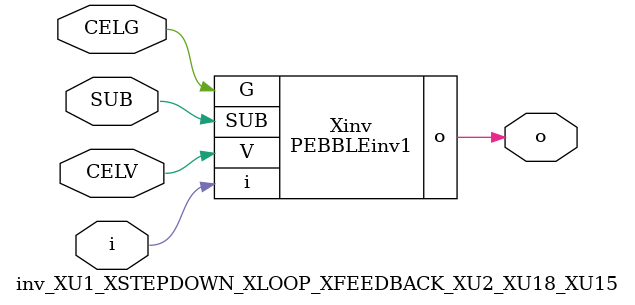
<source format=v>



module PEBBLEinv1 ( o, G, SUB, V, i );

  input V;
  input i;
  input G;
  output o;
  input SUB;
endmodule

//Celera Confidential Do Not Copy inv_XU1_XSTEPDOWN_XLOOP_XFEEDBACK_XU2_XU18_XU15
//Celera Confidential Symbol Generator
//5V Inverter
module inv_XU1_XSTEPDOWN_XLOOP_XFEEDBACK_XU2_XU18_XU15 (CELV,CELG,i,o,SUB);
input CELV;
input CELG;
input i;
input SUB;
output o;

//Celera Confidential Do Not Copy inv
PEBBLEinv1 Xinv(
.V (CELV),
.i (i),
.o (o),
.SUB (SUB),
.G (CELG)
);
//,diesize,PEBBLEinv1

//Celera Confidential Do Not Copy Module End
//Celera Schematic Generator
endmodule

</source>
